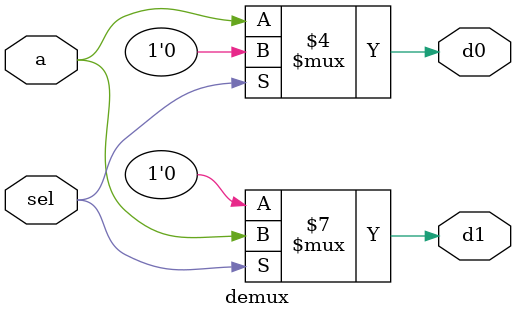
<source format=v>
module demux (
  input a,
  input sel,
  output reg d0,
  output reg d1
);

  always @(*) begin
    d0 = 0;
    d1 = 0;
    if (sel == 0)
      d0 = a;
    else
      d1 = a;
  end

endmodule

</source>
